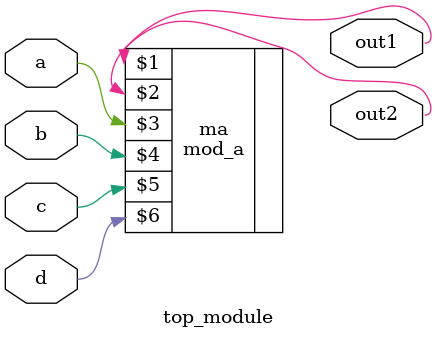
<source format=v>
module top_module ( 
    input a, 
    input b, 
    input c,
    input d,
    output out1,
    output out2
);
    mod_a  ma( out1, out2, a,b,c,d);
    
endmodule


</source>
